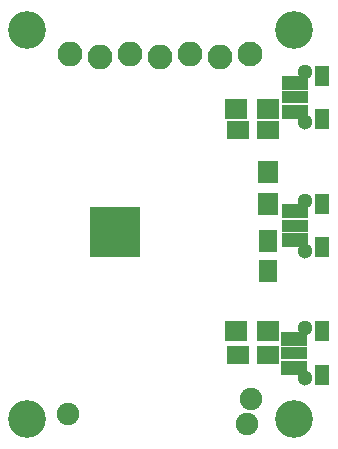
<source format=gts>
G04 #@! TF.FileFunction,Soldermask,Top*
%FSLAX46Y46*%
G04 Gerber Fmt 4.6, Leading zero omitted, Abs format (unit mm)*
G04 Created by KiCad (PCBNEW 4.0.5-e0-6337~49~ubuntu16.04.1) date Fri Feb 10 02:02:51 2017*
%MOMM*%
%LPD*%
G01*
G04 APERTURE LIST*
%ADD10C,0.100000*%
%ADD11C,1.900000*%
%ADD12C,2.100000*%
%ADD13O,2.100000X2.100000*%
%ADD14R,1.900000X1.700000*%
%ADD15R,1.700000X1.900000*%
%ADD16R,1.650000X1.900000*%
%ADD17R,1.900000X1.650000*%
%ADD18R,4.360000X4.360000*%
%ADD19R,1.300000X1.700000*%
%ADD20C,1.300000*%
%ADD21R,2.200000X1.150000*%
%ADD22R,2.200000X1.000000*%
%ADD23C,3.200000*%
G04 APERTURE END LIST*
D10*
D11*
X21971000Y-34163000D03*
X21590000Y-36322000D03*
X6477000Y-35433000D03*
D12*
X21844000Y-4953000D03*
D13*
X19304000Y-5207000D03*
X16764000Y-4953000D03*
X14224000Y-5207000D03*
X11684000Y-4953000D03*
X9144000Y-5207000D03*
X6604000Y-4953000D03*
D14*
X23368000Y-28448000D03*
X20668000Y-28448000D03*
D15*
X23368000Y-17686000D03*
X23368000Y-14986000D03*
D16*
X23368000Y-20828000D03*
X23368000Y-23328000D03*
D17*
X23368000Y-11430000D03*
X20868000Y-11430000D03*
D18*
X10430000Y-20052000D03*
D14*
X23368000Y-9652000D03*
X20668000Y-9652000D03*
D17*
X23368000Y-30464000D03*
X20868000Y-30464000D03*
D19*
X28000000Y-32150000D03*
X28000000Y-28450000D03*
D20*
X26550000Y-28175000D03*
X26550000Y-32425000D03*
D21*
X25650000Y-31525000D03*
D22*
X25650000Y-30300000D03*
D21*
X25650000Y-29075000D03*
D19*
X28004000Y-21344500D03*
X28004000Y-17644500D03*
D20*
X26554000Y-17369500D03*
X26554000Y-21619500D03*
D21*
X25654000Y-20719500D03*
D22*
X25654000Y-19494500D03*
D21*
X25654000Y-18269500D03*
D19*
X28004000Y-10486000D03*
X28004000Y-6786000D03*
D20*
X26554000Y-6511000D03*
X26554000Y-10761000D03*
D21*
X25654000Y-9861000D03*
D22*
X25654000Y-8636000D03*
D21*
X25654000Y-7411000D03*
D23*
X25600000Y-35900000D03*
X3000000Y-35900000D03*
X3000000Y-2900000D03*
X25600000Y-2900000D03*
M02*

</source>
